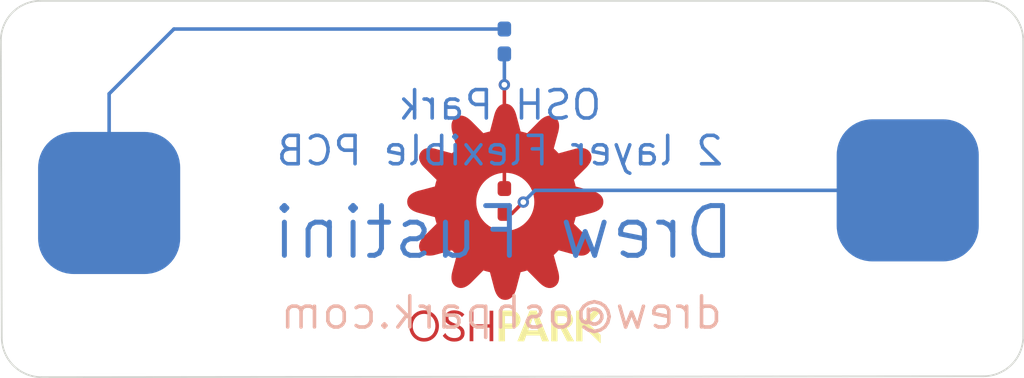
<source format=kicad_pcb>
(kicad_pcb (version 20171130) (host pcbnew 5.1.4-e60b266~84~ubuntu19.04.1)

  (general
    (thickness 1.6)
    (drawings 12)
    (tracks 11)
    (zones 0)
    (modules 6)
    (nets 1)
  )

  (page A4)
  (layers
    (0 F.Cu signal)
    (31 B.Cu signal)
    (32 B.Adhes user)
    (33 F.Adhes user)
    (34 B.Paste user)
    (35 F.Paste user)
    (36 B.SilkS user)
    (37 F.SilkS user)
    (38 B.Mask user)
    (39 F.Mask user)
    (40 Dwgs.User user)
    (41 Cmts.User user)
    (42 Eco1.User user)
    (43 Eco2.User user)
    (44 Edge.Cuts user)
    (45 Margin user)
    (46 B.CrtYd user)
    (47 F.CrtYd user)
    (48 B.Fab user)
    (49 F.Fab user)
  )

  (setup
    (last_trace_width 0.25)
    (trace_clearance 0.2)
    (zone_clearance 0.508)
    (zone_45_only no)
    (trace_min 0.2)
    (via_size 0.8)
    (via_drill 0.4)
    (via_min_size 0.4)
    (via_min_drill 0.3)
    (uvia_size 0.3)
    (uvia_drill 0.1)
    (uvias_allowed no)
    (uvia_min_size 0.2)
    (uvia_min_drill 0.1)
    (edge_width 0.05)
    (segment_width 0.2)
    (pcb_text_width 0.3)
    (pcb_text_size 1.5 1.5)
    (mod_edge_width 0.12)
    (mod_text_size 1 1)
    (mod_text_width 0.15)
    (pad_size 1.524 1.524)
    (pad_drill 0.762)
    (pad_to_mask_clearance 0.051)
    (solder_mask_min_width 0.25)
    (aux_axis_origin 0 0)
    (visible_elements FFFFFF7F)
    (pcbplotparams
      (layerselection 0x010fc_ffffffff)
      (usegerberextensions false)
      (usegerberattributes false)
      (usegerberadvancedattributes false)
      (creategerberjobfile false)
      (excludeedgelayer true)
      (linewidth 0.100000)
      (plotframeref false)
      (viasonmask false)
      (mode 1)
      (useauxorigin false)
      (hpglpennumber 1)
      (hpglpenspeed 20)
      (hpglpendiameter 15.000000)
      (psnegative false)
      (psa4output false)
      (plotreference true)
      (plotvalue true)
      (plotinvisibletext false)
      (padsonsilk false)
      (subtractmaskfromsilk false)
      (outputformat 1)
      (mirror false)
      (drillshape 1)
      (scaleselection 1)
      (outputdirectory ""))
  )

  (net 0 "")

  (net_class Default "This is the default net class."
    (clearance 0.2)
    (trace_width 0.25)
    (via_dia 0.8)
    (via_drill 0.4)
    (uvia_dia 0.3)
    (uvia_drill 0.1)
  )

  (module LED_SMD:LED_0603_1608Metric_Pad1.05x0.95mm_HandSolder (layer F.Cu) (tedit 5DF04E01) (tstamp 5DF073B1)
    (at 153.4795 54.723 90)
    (descr "LED SMD 0603 (1608 Metric), square (rectangular) end terminal, IPC_7351 nominal, (Body size source: http://www.tortai-tech.com/upload/download/2011102023233369053.pdf), generated with kicad-footprint-generator")
    (tags "LED handsolder")
    (attr smd)
    (fp_text reference REF** (at 0 -1.43 90) (layer F.SilkS) hide
      (effects (font (size 1 1) (thickness 0.15)))
    )
    (fp_text value LED_0603_1608Metric_Pad1.05x0.95mm_HandSolder (at 0 1.43 90) (layer F.Fab) hide
      (effects (font (size 1 1) (thickness 0.15)))
    )
    (fp_text user %R (at 0 0 90) (layer F.Fab)
      (effects (font (size 0.4 0.4) (thickness 0.06)))
    )
    (fp_line (start 1.65 0.73) (end -1.65 0.73) (layer F.CrtYd) (width 0.05))
    (fp_line (start 1.65 -0.73) (end 1.65 0.73) (layer F.CrtYd) (width 0.05))
    (fp_line (start -1.65 -0.73) (end 1.65 -0.73) (layer F.CrtYd) (width 0.05))
    (fp_line (start -1.65 0.73) (end -1.65 -0.73) (layer F.CrtYd) (width 0.05))
    (fp_line (start 0.8 0.4) (end 0.8 -0.4) (layer F.Fab) (width 0.1))
    (fp_line (start -0.8 0.4) (end 0.8 0.4) (layer F.Fab) (width 0.1))
    (fp_line (start -0.8 -0.1) (end -0.8 0.4) (layer F.Fab) (width 0.1))
    (fp_line (start -0.5 -0.4) (end -0.8 -0.1) (layer F.Fab) (width 0.1))
    (fp_line (start 0.8 -0.4) (end -0.5 -0.4) (layer F.Fab) (width 0.1))
    (pad 2 smd roundrect (at 0.875 0 90) (size 1.05 0.95) (layers F.Cu F.Paste F.Mask) (roundrect_rratio 0.25))
    (pad 1 smd roundrect (at -0.875 0 90) (size 1.05 0.95) (layers F.Cu F.Paste F.Mask) (roundrect_rratio 0.25))
    (model ${KISYS3DMOD}/LED_SMD.3dshapes/LED_0603_1608Metric.wrl
      (at (xyz 0 0 0))
      (scale (xyz 1 1 1))
      (rotate (xyz 0 0 0))
    )
  )

  (module Resistor_SMD:R_0603_1608Metric_Pad1.05x0.95mm_HandSolder (layer B.Cu) (tedit 5DF04DCE) (tstamp 5DF070E6)
    (at 153.4795 43.4975 270)
    (descr "Resistor SMD 0603 (1608 Metric), square (rectangular) end terminal, IPC_7351 nominal with elongated pad for handsoldering. (Body size source: http://www.tortai-tech.com/upload/download/2011102023233369053.pdf), generated with kicad-footprint-generator")
    (tags "resistor handsolder")
    (attr smd)
    (fp_text reference REF** (at 0 1.43 270) (layer B.SilkS) hide
      (effects (font (size 1 1) (thickness 0.15)) (justify mirror))
    )
    (fp_text value R_0603_1608Metric_Pad1.05x0.95mm_HandSolder (at 0 -1.43 270) (layer B.Fab) hide
      (effects (font (size 1 1) (thickness 0.15)) (justify mirror))
    )
    (fp_text user %R (at 0 0 270) (layer B.Fab)
      (effects (font (size 0.4 0.4) (thickness 0.06)) (justify mirror))
    )
    (fp_line (start 1.65 -0.73) (end -1.65 -0.73) (layer B.CrtYd) (width 0.05))
    (fp_line (start 1.65 0.73) (end 1.65 -0.73) (layer B.CrtYd) (width 0.05))
    (fp_line (start -1.65 0.73) (end 1.65 0.73) (layer B.CrtYd) (width 0.05))
    (fp_line (start -1.65 -0.73) (end -1.65 0.73) (layer B.CrtYd) (width 0.05))
    (fp_line (start 0.8 -0.4) (end -0.8 -0.4) (layer B.Fab) (width 0.1))
    (fp_line (start 0.8 0.4) (end 0.8 -0.4) (layer B.Fab) (width 0.1))
    (fp_line (start -0.8 0.4) (end 0.8 0.4) (layer B.Fab) (width 0.1))
    (fp_line (start -0.8 -0.4) (end -0.8 0.4) (layer B.Fab) (width 0.1))
    (pad 2 smd roundrect (at 0.875 0 270) (size 1.05 0.95) (layers B.Cu B.Paste B.Mask) (roundrect_rratio 0.25))
    (pad 1 smd roundrect (at -0.875 0 270) (size 1.05 0.95) (layers B.Cu B.Paste B.Mask) (roundrect_rratio 0.25))
    (model ${KISYS3DMOD}/Resistor_SMD.3dshapes/R_0603_1608Metric.wrl
      (at (xyz 0 0 0))
      (scale (xyz 1 1 1))
      (rotate (xyz 0 0 0))
    )
  )

  (module touch:TestPoint_Pad_4.0x4.0mm (layer B.Cu) (tedit 5DF04A6A) (tstamp 5DF05CD9)
    (at 125.6665 54.864)
    (descr "SMD rectangular pad as test Point, square 4.0mm side length")
    (tags "test point SMD pad rectangle square")
    (attr virtual)
    (fp_text reference REF** (at 0 2.898) (layer B.SilkS) hide
      (effects (font (size 1 1) (thickness 0.15)) (justify mirror))
    )
    (fp_text value TestPoint_Pad_10.0x10.0mm (at 0 -3.1) (layer B.Fab) hide
      (effects (font (size 1 1) (thickness 0.15)) (justify mirror))
    )
    (fp_line (start 2.5 -2.5) (end -2.5 -2.5) (layer B.CrtYd) (width 0.05))
    (fp_line (start 2.5 -2.5) (end 2.5 2.5) (layer B.CrtYd) (width 0.05))
    (fp_line (start -2.5 2.5) (end -2.5 -2.5) (layer B.CrtYd) (width 0.05))
    (fp_line (start -2.5 2.5) (end 2.5 2.5) (layer B.CrtYd) (width 0.05))
    (fp_text user %R (at 0 2.9) (layer B.Fab) hide
      (effects (font (size 1 1) (thickness 0.15)) (justify mirror))
    )
    (pad 1 smd roundrect (at 0 0) (size 10 10) (layers B.Cu B.Mask) (roundrect_rratio 0.25))
  )

  (module touch:TestPoint_Pad_4.0x4.0mm (layer B.Cu) (tedit 5DF045F0) (tstamp 5DF05110)
    (at 181.864 53.975)
    (descr "SMD rectangular pad as test Point, square 4.0mm side length")
    (tags "test point SMD pad rectangle square")
    (attr virtual)
    (fp_text reference REF** (at 0 2.898) (layer B.SilkS) hide
      (effects (font (size 1 1) (thickness 0.15)) (justify mirror))
    )
    (fp_text value TestPoint_Pad_10.0x10.0mm (at 0 -3.1) (layer B.Fab) hide
      (effects (font (size 1 1) (thickness 0.15)) (justify mirror))
    )
    (fp_text user %R (at 0 2.9) (layer B.Fab) hide
      (effects (font (size 1 1) (thickness 0.15)) (justify mirror))
    )
    (fp_line (start -2.5 2.5) (end 2.5 2.5) (layer B.CrtYd) (width 0.05))
    (fp_line (start -2.5 2.5) (end -2.5 -2.5) (layer B.CrtYd) (width 0.05))
    (fp_line (start 2.5 -2.5) (end 2.5 2.5) (layer B.CrtYd) (width 0.05))
    (fp_line (start 2.5 -2.5) (end -2.5 -2.5) (layer B.CrtYd) (width 0.05))
    (pad 1 smd roundrect (at 0 0) (size 10 10) (layers B.Cu B.Mask) (roundrect_rratio 0.25))
  )

  (module oshpark:OSH_small (layer F.Cu) (tedit 5DE9E529) (tstamp 5DF06053)
    (at 153.543 56.3245)
    (descr "Imported from OSHPARK.svg")
    (tags svg2mod)
    (attr smd)
    (fp_text reference OSH_small (at 0 -11.457835) (layer F.SilkS) hide
      (effects (font (size 1.524 1.524) (thickness 0.3048)))
    )
    (fp_text value G*** (at 0 11.457835) (layer F.SilkS) hide
      (effects (font (size 1.524 1.524) (thickness 0.3048)))
    )
    (fp_poly (pts (xy 0.00118 -8.409695) (xy 0.00043 -3.623025) (xy 0.21316 -3.612325) (xy 0.41974 -3.580825)
      (xy 0.61914 -3.529525) (xy 0.81031 -3.459525) (xy 0.99219 -3.371925) (xy 1.16375 -3.267695)
      (xy 1.32394 -3.147905) (xy 1.4717 -3.013605) (xy 1.606 -2.865845) (xy 1.72579 -2.705655)
      (xy 1.83001 -2.534105) (xy 1.91761 -2.352215) (xy 1.98761 -2.161055) (xy 2.03891 -1.961655)
      (xy 2.07041 -1.755065) (xy 2.08111 -1.542335) (xy 2.07041 -1.329495) (xy 2.03891 -1.122805)
      (xy 1.98771 -0.923315) (xy 1.91781 -0.732055) (xy 1.83021 -0.550075) (xy 1.726 -0.378435)
      (xy 1.60622 -0.218175) (xy 1.47192 -0.070335) (xy 1.32415 0.064025) (xy 1.16396 0.183875)
      (xy 0.99238 0.288155) (xy 0.81047 0.375855) (xy 0.61928 0.445855) (xy 0.41984 0.497155)
      (xy 0.21321 0.528655) (xy 0.00043 0.539455) (xy -0.21235 0.528655) (xy -0.41897 0.497155)
      (xy -0.6184 0.445855) (xy -0.80958 0.375855) (xy -0.99147 0.288155) (xy -1.16302 0.183875)
      (xy -1.3232 0.064025) (xy -1.47095 -0.070335) (xy -1.60524 -0.218175) (xy -1.72501 -0.378435)
      (xy -1.82922 -0.550075) (xy -1.91682 -0.732055) (xy -1.98682 -0.923315) (xy -2.03812 -1.122805)
      (xy -2.06962 -1.329495) (xy -2.08032 -1.542335) (xy -2.06962 -1.755065) (xy -2.03812 -1.961655)
      (xy -1.98682 -2.161055) (xy -1.91682 -2.352215) (xy -1.82922 -2.534105) (xy -1.72501 -2.705655)
      (xy -1.60524 -2.865845) (xy -1.47095 -3.013605) (xy -1.3232 -3.147905) (xy -1.16302 -3.267695)
      (xy -0.99147 -3.371925) (xy -0.80958 -3.459525) (xy -0.6184 -3.529525) (xy -0.41897 -3.580825)
      (xy -0.21235 -3.612325) (xy 0.00043 -3.623025) (xy 0.00118 -8.409695) (xy -0.14129 -8.393995)
      (xy -0.2674 -8.349495) (xy -0.378 -8.279795) (xy -0.4739 -8.188495) (xy -0.556 -8.079355)
      (xy -0.6251 -7.956025) (xy -0.6821 -7.822195) (xy -0.7278 -7.681515) (xy -1.04856 -6.462625)
      (xy -1.30304 -6.403425) (xy -1.55293 -6.331225) (xy -2.43795 -7.223815) (xy -2.5541 -7.325575)
      (xy -2.67331 -7.414275) (xy -2.79523 -7.486675) (xy -2.91953 -7.539575) (xy -3.04586 -7.569675)
      (xy -3.17388 -7.573675) (xy -3.30323 -7.548275) (xy -3.43358 -7.490275) (xy -3.54913 -7.405275)
      (xy -3.63603 -7.303485) (xy -3.69693 -7.187695) (xy -3.73433 -7.060655) (xy -3.75073 -6.925095)
      (xy -3.74873 -6.783755) (xy -3.73103 -6.639375) (xy -3.70003 -6.494705) (xy -3.36893 -5.282225)
      (xy -3.55878 -5.102185) (xy -3.73879 -4.912505) (xy -4.95156 -5.242875) (xy -5.10317 -5.273475)
      (xy -5.25088 -5.290975) (xy -5.39277 -5.292975) (xy -5.5269 -5.276575) (xy -5.65135 -5.239375)
      (xy -5.76419 -5.178675) (xy -5.86349 -5.091975) (xy -5.94729 -4.976645) (xy -6.00489 -4.845335)
      (xy -6.02929 -4.713775) (xy -6.02429 -4.583095) (xy -5.99309 -4.454385) (xy -5.93949 -4.328745)
      (xy -5.86709 -4.207285) (xy -5.77959 -4.091105) (xy -5.68049 -3.981305) (xy -4.78848 -3.096875)
      (xy -4.86248 -2.846755) (xy -4.92388 -2.591195) (xy -6.13913 -2.271315) (xy -6.28557 -2.221815)
      (xy -6.42211 -2.163015) (xy -6.54579 -2.093715) (xy -6.65364 -2.012515) (xy -6.74264 -1.918115)
      (xy -6.80994 -1.809295) (xy -6.85244 -1.684715) (xy -6.86724 -1.543065) (xy -6.85154 -1.400675)
      (xy -6.80704 -1.274595) (xy -6.73724 -1.163985) (xy -6.64594 -1.068085) (xy -6.5368 -0.985985)
      (xy -6.41347 -0.916885) (xy -6.27964 -0.859985) (xy -6.13897 -0.814385) (xy -4.92372 -0.494365)
      (xy -4.86232 -0.239235) (xy -4.78842 0.010885) (xy -5.68043 0.895605) (xy -5.78261 1.011585)
      (xy -5.87161 1.130695) (xy -5.94411 1.252585) (xy -5.99701 1.376885) (xy -6.02701 1.503265)
      (xy -6.03101 1.631355) (xy -6.00551 1.760795) (xy -5.94741 1.891235) (xy -5.86251 2.006695)
      (xy -5.76079 2.093495) (xy -5.64502 2.154295) (xy -5.51794 2.191595) (xy -5.38232 2.207995)
      (xy -5.24091 2.205995) (xy -5.09648 2.188395) (xy -4.95178 2.157595) (xy -3.73916 1.826495)
      (xy -3.55915 2.015885) (xy -3.36929 2.196065) (xy -3.70039 3.409125) (xy -3.73109 3.560565)
      (xy -3.74869 3.708175) (xy -3.75069 3.850005) (xy -3.73429 3.984105) (xy -3.69709 4.108515)
      (xy -3.63639 4.221295) (xy -3.54959 4.320495) (xy -3.43416 4.404195) (xy -3.30285 4.461895)
      (xy -3.17132 4.486395) (xy -3.04066 4.481395) (xy -2.91197 4.450195) (xy -2.78636 4.396595)
      (xy -2.66492 4.324295) (xy -2.54876 4.236795) (xy -2.43897 4.137795) (xy -1.55409 3.245195)
      (xy -1.30401 3.319295) (xy -1.0487 3.380995) (xy -0.72882 4.596245) (xy -0.67942 4.742405)
      (xy -0.62072 4.878745) (xy -0.55142 5.002265) (xy -0.47012 5.110005) (xy -0.37562 5.199005)
      (xy -0.26663 5.266305) (xy -0.14183 5.308805) (xy 0.0001 5.323605) (xy 0.1423 5.307905)
      (xy 0.26821 5.263405) (xy 0.37868 5.193705) (xy 0.47448 5.102505) (xy 0.55658 4.993495)
      (xy 0.62568 4.870315) (xy 0.68268 4.736655) (xy 0.72838 4.596185) (xy 1.04825 3.380645)
      (xy 1.30343 3.319445) (xy 1.55379 3.245445) (xy 2.43852 4.137905) (xy 2.55442 4.240085)
      (xy 2.67348 4.329085) (xy 2.79535 4.401685) (xy 2.91965 4.454585) (xy 3.04602 4.484585)
      (xy 3.17409 4.488585) (xy 3.30349 4.462985) (xy 3.43386 4.404785) (xy 3.5493 4.319985)
      (xy 3.6361 4.218365) (xy 3.6969 4.102685) (xy 3.7342 3.975695) (xy 3.7507 3.840155)
      (xy 3.7487 3.698805) (xy 3.7312 3.554415) (xy 3.7006 3.409725) (xy 3.36921 2.196675)
      (xy 3.55866 2.016495) (xy 3.73849 1.827095) (xy 4.95155 2.158195) (xy 5.10316 2.188595)
      (xy 5.25086 2.205995) (xy 5.39274 2.207995) (xy 5.52685 2.191495) (xy 5.65126 2.154195)
      (xy 5.76405 2.093495) (xy 5.86325 2.006695) (xy 5.94695 1.891265) (xy 6.00455 1.759975)
      (xy 6.02895 1.628485) (xy 6.02395 1.497875) (xy 5.99275 1.369255) (xy 5.93915 1.243685)
      (xy 5.86685 1.122265) (xy 5.77935 1.006085) (xy 5.68035 0.896225) (xy 4.78804 0.011495)
      (xy 4.86214 -0.238625) (xy 4.92344 -0.493755) (xy 6.13868 -0.813785) (xy 6.28522 -0.863185)
      (xy 6.42183 -0.921885) (xy 6.54556 -0.991285) (xy 6.65344 -1.072585) (xy 6.74254 -1.167085)
      (xy 6.80984 -1.276075) (xy 6.85244 -1.400845) (xy 6.86724 -1.542705) (xy 6.85194 -1.684715)
      (xy 6.80764 -1.810495) (xy 6.73804 -1.920855) (xy 6.64694 -2.016655) (xy 6.53789 -2.098655)
      (xy 6.41461 -2.167755) (xy 6.2808 -2.224755) (xy 6.14013 -2.270455) (xy 4.92488 -2.590335)
      (xy 4.86358 -2.845855) (xy 4.78948 -3.095735) (xy 5.68179 -3.980895) (xy 5.78395 -4.096695)
      (xy 5.87285 -4.215675) (xy 5.94535 -4.337485) (xy 5.99815 -4.461745) (xy 6.02805 -4.588095)
      (xy 6.03205 -4.716185) (xy 6.00655 -4.845635) (xy 5.94845 -4.976085) (xy 5.86365 -5.091375)
      (xy 5.76206 -5.178075) (xy 5.64641 -5.238875) (xy 5.51943 -5.276175) (xy 5.38387 -5.292675)
      (xy 5.24246 -5.290675) (xy 5.09796 -5.273075) (xy 4.9531 -5.242275) (xy 3.74019 -4.911755)
      (xy 3.5604 -5.101105) (xy 3.3712 -5.281035) (xy 3.70215 -6.493945) (xy 3.73265 -6.645465)
      (xy 3.75005 -6.793085) (xy 3.75205 -6.934915) (xy 3.73565 -7.069005) (xy 3.69835 -7.193445)
      (xy 3.63755 -7.306295) (xy 3.55075 -7.405695) (xy 3.43522 -7.489595) (xy 3.30408 -7.547095)
      (xy 3.17265 -7.571395) (xy 3.04204 -7.566395) (xy 2.91335 -7.535095) (xy 2.78769 -7.481395)
      (xy 2.66618 -7.408995) (xy 2.54992 -7.321595) (xy 2.44003 -7.222795) (xy 1.55545 -6.330485)
      (xy 1.30598 -6.402785) (xy 1.05107 -6.462485) (xy 0.73018 -7.681375) (xy 0.68058 -7.827915)
      (xy 0.62168 -7.964525) (xy 0.55228 -8.088255) (xy 0.47098 -8.196135) (xy 0.37658 -8.285235)
      (xy 0.2677 -8.352535) (xy 0.14304 -8.395035) (xy 0.0013 -8.409835) (xy 0.00118 -8.409695)) (layer F.Cu) (width 0.073847))
    (fp_poly (pts (xy -5.71389 8.295375) (xy -5.71389 8.046425) (xy -5.88469 8.029425) (xy -6.03947 7.980425)
      (xy -6.17614 7.902625) (xy -6.29262 7.799265) (xy -6.38682 7.673515) (xy -6.45672 7.528545)
      (xy -6.50022 7.367545) (xy -6.51512 7.193705) (xy -6.50022 7.019865) (xy -6.45672 6.858865)
      (xy -6.38682 6.713895) (xy -6.29262 6.588145) (xy -6.17614 6.484785) (xy -6.03947 6.406985)
      (xy -5.88469 6.357985) (xy -5.71389 6.340985) (xy -5.54238 6.357985) (xy -5.38754 6.406985)
      (xy -5.25128 6.484785) (xy -5.13551 6.588145) (xy -5.04211 6.713895) (xy -4.97301 6.858865)
      (xy -4.93021 7.019865) (xy -4.91551 7.193705) (xy -4.93021 7.367545) (xy -4.97301 7.528545)
      (xy -5.04211 7.673515) (xy -5.13551 7.799265) (xy -5.25128 7.902625) (xy -5.38754 7.980425)
      (xy -5.54238 8.029425) (xy -5.71389 8.046425) (xy -5.71389 8.295375) (xy -5.60215 8.289375)
      (xy -5.49471 8.272675) (xy -5.39197 8.245575) (xy -5.29437 8.208575) (xy -5.20217 8.162275)
      (xy -5.11587 8.107175) (xy -5.03597 8.043775) (xy -4.96277 7.972775) (xy -4.89667 7.894575)
      (xy -4.83807 7.809775) (xy -4.78737 7.718975) (xy -4.74497 7.622675) (xy -4.71127 7.521405)
      (xy -4.68667 7.415745) (xy -4.67167 7.306225) (xy -4.66667 7.193415) (xy -4.67167 7.080595)
      (xy -4.68667 6.971085) (xy -4.71127 6.865415) (xy -4.74497 6.764145) (xy -4.78737 6.667845)
      (xy -4.83807 6.577045) (xy -4.89667 6.492245) (xy -4.96277 6.414045) (xy -5.03597 6.342945)
      (xy -5.11587 6.279545) (xy -5.20217 6.224445) (xy -5.29437 6.178145) (xy -5.39197 6.141145)
      (xy -5.49471 6.114045) (xy -5.60215 6.097345) (xy -5.71389 6.091345) (xy -5.82609 6.097345)
      (xy -5.93388 6.114045) (xy -6.03687 6.141145) (xy -6.13467 6.178145) (xy -6.22687 6.224445)
      (xy -6.31307 6.279545) (xy -6.39297 6.342945) (xy -6.46607 6.414045) (xy -6.53207 6.492245)
      (xy -6.59047 6.577045) (xy -6.64097 6.667845) (xy -6.68317 6.764145) (xy -6.71667 6.865415)
      (xy -6.74107 6.971085) (xy -6.75597 7.080595) (xy -6.76097 7.193415) (xy -6.75597 7.306225)
      (xy -6.74107 7.415745) (xy -6.71667 7.521405) (xy -6.68317 7.622675) (xy -6.64097 7.718975)
      (xy -6.59047 7.809775) (xy -6.53207 7.894575) (xy -6.46607 7.972775) (xy -6.39297 8.043775)
      (xy -6.31307 8.107175) (xy -6.22687 8.162275) (xy -6.13467 8.208575) (xy -6.03687 8.245575)
      (xy -5.93388 8.272675) (xy -5.82609 8.289375) (xy -5.71389 8.295375)) (layer F.Cu) (width 0))
    (fp_poly (pts (xy -3.5907 8.295375) (xy -3.44187 8.286375) (xy -3.30406 8.258975) (xy -3.18001 8.212975)
      (xy -3.07241 8.147975) (xy -2.98401 8.063675) (xy -2.91751 7.959725) (xy -2.87561 7.835805)
      (xy -2.86101 7.691555) (xy -2.87691 7.552235) (xy -2.92141 7.434915) (xy -2.98981 7.336615)
      (xy -3.07751 7.254415) (xy -3.17982 7.185415) (xy -3.29208 7.126615) (xy -3.52784 7.027715)
      (xy -3.70664 6.955515) (xy -3.85727 6.872815) (xy -3.91627 6.823915) (xy -3.96127 6.768115)
      (xy -3.98997 6.703915) (xy -4.00007 6.629915) (xy -3.99207 6.554915) (xy -3.96807 6.490615)
      (xy -3.93017 6.436915) (xy -3.88027 6.393515) (xy -3.82017 6.360115) (xy -3.75177 6.336615)
      (xy -3.67677 6.322615) (xy -3.59697 6.317615) (xy -3.50107 6.322615) (xy -3.41297 6.336315)
      (xy -3.33277 6.358215) (xy -3.26037 6.387715) (xy -3.19597 6.424015) (xy -3.13947 6.466415)
      (xy -3.05047 6.566885) (xy -2.87592 6.389475) (xy -2.93462 6.327375) (xy -3.00322 6.270575)
      (xy -3.08132 6.219875) (xy -3.16862 6.176275) (xy -3.26472 6.140775) (xy -3.36936 6.114275)
      (xy -3.48217 6.097675) (xy -3.60284 6.091675) (xy -3.73476 6.100675) (xy -3.85823 6.127675)
      (xy -3.97043 6.172275) (xy -4.06853 6.234275) (xy -4.14973 6.313275) (xy -4.21123 6.408975)
      (xy -4.25023 6.521165) (xy -4.26383 6.649475) (xy -4.24983 6.769025) (xy -4.21043 6.869725)
      (xy -4.14943 6.954225) (xy -4.07063 7.025125) (xy -3.97793 7.085025) (xy -3.87509 7.136525)
      (xy -3.6543 7.224725) (xy -3.4565 7.304325) (xy -3.3666 7.348925) (xy -3.2866 7.399625)
      (xy -3.2195 7.458525) (xy -3.1682 7.527725) (xy -3.1357 7.609325) (xy -3.1249 7.705425)
      (xy -3.1349 7.789025) (xy -3.1618 7.860025) (xy -3.2038 7.918825) (xy -3.2593 7.965825)
      (xy -3.3266 8.001625) (xy -3.404 8.026625) (xy -3.4899 8.041225) (xy -3.5826 8.046225)
      (xy -3.69075 8.039225) (xy -3.79323 8.020125) (xy -3.88863 7.989225) (xy -3.97563 7.947425)
      (xy -4.05283 7.895625) (xy -4.11893 7.834625) (xy -4.17243 7.765125) (xy -4.21203 7.688125)
      (xy -4.40088 7.879845) (xy -4.33778 7.967545) (xy -4.26108 8.047345) (xy -4.17208 8.118045)
      (xy -4.07218 8.178545) (xy -3.96276 8.227645) (xy -3.84518 8.264145) (xy -3.72084 8.286945)
      (xy -3.59109 8.294945) (xy -3.5907 8.295375)) (layer F.Cu) (width 0))
    (fp_poly (pts (xy -1.10433 6.120635) (xy -1.10433 7.076375) (xy -2.24607 7.076375) (xy -2.24607 6.120635)
      (xy -2.50646 6.120635) (xy -2.50646 8.266755) (xy -2.24607 8.266755) (xy -2.24607 7.311015)
      (xy -1.10433 7.311015) (xy -1.10433 8.266755) (xy -0.84394 8.266755) (xy -0.84394 6.120635)
      (xy -1.10433 6.120635)) (layer F.Cu) (width 0))
    (fp_poly (pts (xy 0.42791 6.120635) (xy -0.02711 6.495535) (xy 0.38781 6.495535) (xy 0.44521 6.500535)
      (xy 0.49851 6.515035) (xy 0.54661 6.538335) (xy 0.58851 6.569635) (xy 0.62301 6.608335)
      (xy 0.64901 6.653735) (xy 0.66541 6.705135) (xy 0.67141 6.761735) (xy 0.66541 6.820135)
      (xy 0.64901 6.872535) (xy 0.62301 6.918535) (xy 0.58851 6.957435) (xy 0.54661 6.988635)
      (xy 0.49851 7.011635) (xy 0.44521 7.025835) (xy 0.38781 7.030835) (xy 0.38781 7.030635)
      (xy -0.02711 7.030635) (xy -0.02711 6.495535) (xy 0.42791 6.120635) (xy -0.45915 6.120635)
      (xy -0.45915 8.266755) (xy -0.02707 8.266755) (xy -0.02707 7.382555) (xy 0.42791 7.382555)
      (xy 0.5579 7.370355) (xy 0.67807 7.335055) (xy 0.78609 7.278855) (xy 0.87969 7.203855)
      (xy 0.95649 7.112155) (xy 1.01419 7.006005) (xy 1.05049 6.887525) (xy 1.06309 6.758845)
      (xy 1.05049 6.630375) (xy 1.01419 6.510655) (xy 0.95649 6.402275) (xy 0.87969 6.307775)
      (xy 0.78609 6.229775) (xy 0.67807 6.170875) (xy 0.5579 6.133675) (xy 0.42791 6.120675)
      (xy 0.42791 6.120635)) (layer F.SilkS) (width 0))
    (fp_poly (pts (xy 2.59844 8.266755) (xy 1.96319 6.558445) (xy 2.31515 7.505595) (xy 1.60836 7.505595)
      (xy 1.96319 6.558445) (xy 2.59844 8.266755) (xy 3.06487 8.266755) (xy 2.20355 6.120635)
      (xy 1.71996 6.120635) (xy 0.85865 8.266755) (xy 1.32508 8.266755) (xy 1.47674 7.860425)
      (xy 2.44678 7.860425) (xy 2.59844 8.266755)) (layer F.SilkS) (width 0))
    (fp_poly (pts (xy 4.31659 7.328185) (xy 4.11009 7.022185) (xy 3.67228 7.022185) (xy 3.67228 6.495675)
      (xy 4.11009 6.495675) (xy 4.16319 6.500675) (xy 4.21239 6.515675) (xy 4.25669 6.539575)
      (xy 4.29509 6.571375) (xy 4.32669 6.610075) (xy 4.35039 6.654875) (xy 4.36539 6.704775)
      (xy 4.37039 6.758775) (xy 4.36539 6.812775) (xy 4.35069 6.862675) (xy 4.32729 6.907475)
      (xy 4.29609 6.946175) (xy 4.25789 6.977975) (xy 4.21359 7.001875) (xy 4.16399 7.016875)
      (xy 4.11009 7.021875) (xy 4.11009 7.022185) (xy 4.31659 7.328185) (xy 4.41049 7.296585)
      (xy 4.49619 7.251785) (xy 4.57229 7.194785) (xy 4.63749 7.126585) (xy 4.69049 7.048185)
      (xy 4.72989 6.960585) (xy 4.75449 6.864785) (xy 4.76249 6.761805) (xy 4.74979 6.631575)
      (xy 4.71319 6.510755) (xy 4.65509 6.401815) (xy 4.57799 6.307215) (xy 4.48419 6.229415)
      (xy 4.37621 6.170715) (xy 4.25643 6.133715) (xy 4.12726 6.120815) (xy 3.2402 6.120815)
      (xy 3.2402 8.266935) (xy 3.67228 8.266935) (xy 3.67228 7.356985) (xy 3.88403 7.356985)
      (xy 4.35332 8.266935) (xy 4.83691 8.266935) (xy 4.31612 7.328365) (xy 4.31659 7.328185)) (layer F.SilkS) (width 0))
    (fp_poly (pts (xy 6.76111 6.120635) (xy 6.20884 6.120635) (xy 5.42765 6.959055) (xy 5.42765 6.120635)
      (xy 4.99557 6.120635) (xy 4.99557 8.266755) (xy 5.42765 8.266755) (xy 5.42765 7.193695)
      (xy 6.7096 8.409835) (xy 6.7096 7.831805) (xy 5.87118 7.056345) (xy 6.76111 6.120635)) (layer F.SilkS) (width 0))
  )

  (module oshpark:OSH_small (layer F.Cu) (tedit 5DE9E4DF) (tstamp 5CD2DF1C)
    (at 153.543 56.3245)
    (descr "Imported from OSHPARK.svg")
    (tags svg2mod)
    (attr smd)
    (fp_text reference OSH_small (at 0 -11.457835) (layer F.SilkS) hide
      (effects (font (size 1.524 1.524) (thickness 0.3048)))
    )
    (fp_text value G*** (at 0 11.457835) (layer F.SilkS) hide
      (effects (font (size 1.524 1.524) (thickness 0.3048)))
    )
    (fp_poly (pts (xy 6.76111 6.120635) (xy 6.20884 6.120635) (xy 5.42765 6.959055) (xy 5.42765 6.120635)
      (xy 4.99557 6.120635) (xy 4.99557 8.266755) (xy 5.42765 8.266755) (xy 5.42765 7.193695)
      (xy 6.7096 8.409835) (xy 6.7096 7.831805) (xy 5.87118 7.056345) (xy 6.76111 6.120635)) (layer F.SilkS) (width 0))
    (fp_poly (pts (xy 4.31659 7.328185) (xy 4.11009 7.022185) (xy 3.67228 7.022185) (xy 3.67228 6.495675)
      (xy 4.11009 6.495675) (xy 4.16319 6.500675) (xy 4.21239 6.515675) (xy 4.25669 6.539575)
      (xy 4.29509 6.571375) (xy 4.32669 6.610075) (xy 4.35039 6.654875) (xy 4.36539 6.704775)
      (xy 4.37039 6.758775) (xy 4.36539 6.812775) (xy 4.35069 6.862675) (xy 4.32729 6.907475)
      (xy 4.29609 6.946175) (xy 4.25789 6.977975) (xy 4.21359 7.001875) (xy 4.16399 7.016875)
      (xy 4.11009 7.021875) (xy 4.11009 7.022185) (xy 4.31659 7.328185) (xy 4.41049 7.296585)
      (xy 4.49619 7.251785) (xy 4.57229 7.194785) (xy 4.63749 7.126585) (xy 4.69049 7.048185)
      (xy 4.72989 6.960585) (xy 4.75449 6.864785) (xy 4.76249 6.761805) (xy 4.74979 6.631575)
      (xy 4.71319 6.510755) (xy 4.65509 6.401815) (xy 4.57799 6.307215) (xy 4.48419 6.229415)
      (xy 4.37621 6.170715) (xy 4.25643 6.133715) (xy 4.12726 6.120815) (xy 3.2402 6.120815)
      (xy 3.2402 8.266935) (xy 3.67228 8.266935) (xy 3.67228 7.356985) (xy 3.88403 7.356985)
      (xy 4.35332 8.266935) (xy 4.83691 8.266935) (xy 4.31612 7.328365) (xy 4.31659 7.328185)) (layer F.SilkS) (width 0))
    (fp_poly (pts (xy 2.59844 8.266755) (xy 1.96319 6.558445) (xy 2.31515 7.505595) (xy 1.60836 7.505595)
      (xy 1.96319 6.558445) (xy 2.59844 8.266755) (xy 3.06487 8.266755) (xy 2.20355 6.120635)
      (xy 1.71996 6.120635) (xy 0.85865 8.266755) (xy 1.32508 8.266755) (xy 1.47674 7.860425)
      (xy 2.44678 7.860425) (xy 2.59844 8.266755)) (layer F.SilkS) (width 0))
    (fp_poly (pts (xy 0.42791 6.120635) (xy -0.02711 6.495535) (xy 0.38781 6.495535) (xy 0.44521 6.500535)
      (xy 0.49851 6.515035) (xy 0.54661 6.538335) (xy 0.58851 6.569635) (xy 0.62301 6.608335)
      (xy 0.64901 6.653735) (xy 0.66541 6.705135) (xy 0.67141 6.761735) (xy 0.66541 6.820135)
      (xy 0.64901 6.872535) (xy 0.62301 6.918535) (xy 0.58851 6.957435) (xy 0.54661 6.988635)
      (xy 0.49851 7.011635) (xy 0.44521 7.025835) (xy 0.38781 7.030835) (xy 0.38781 7.030635)
      (xy -0.02711 7.030635) (xy -0.02711 6.495535) (xy 0.42791 6.120635) (xy -0.45915 6.120635)
      (xy -0.45915 8.266755) (xy -0.02707 8.266755) (xy -0.02707 7.382555) (xy 0.42791 7.382555)
      (xy 0.5579 7.370355) (xy 0.67807 7.335055) (xy 0.78609 7.278855) (xy 0.87969 7.203855)
      (xy 0.95649 7.112155) (xy 1.01419 7.006005) (xy 1.05049 6.887525) (xy 1.06309 6.758845)
      (xy 1.05049 6.630375) (xy 1.01419 6.510655) (xy 0.95649 6.402275) (xy 0.87969 6.307775)
      (xy 0.78609 6.229775) (xy 0.67807 6.170875) (xy 0.5579 6.133675) (xy 0.42791 6.120675)
      (xy 0.42791 6.120635)) (layer F.SilkS) (width 0))
    (fp_poly (pts (xy -1.10433 6.120635) (xy -1.10433 7.076375) (xy -2.24607 7.076375) (xy -2.24607 6.120635)
      (xy -2.50646 6.120635) (xy -2.50646 8.266755) (xy -2.24607 8.266755) (xy -2.24607 7.311015)
      (xy -1.10433 7.311015) (xy -1.10433 8.266755) (xy -0.84394 8.266755) (xy -0.84394 6.120635)
      (xy -1.10433 6.120635)) (layer F.Mask) (width 0))
    (fp_poly (pts (xy -3.5907 8.295375) (xy -3.44187 8.286375) (xy -3.30406 8.258975) (xy -3.18001 8.212975)
      (xy -3.07241 8.147975) (xy -2.98401 8.063675) (xy -2.91751 7.959725) (xy -2.87561 7.835805)
      (xy -2.86101 7.691555) (xy -2.87691 7.552235) (xy -2.92141 7.434915) (xy -2.98981 7.336615)
      (xy -3.07751 7.254415) (xy -3.17982 7.185415) (xy -3.29208 7.126615) (xy -3.52784 7.027715)
      (xy -3.70664 6.955515) (xy -3.85727 6.872815) (xy -3.91627 6.823915) (xy -3.96127 6.768115)
      (xy -3.98997 6.703915) (xy -4.00007 6.629915) (xy -3.99207 6.554915) (xy -3.96807 6.490615)
      (xy -3.93017 6.436915) (xy -3.88027 6.393515) (xy -3.82017 6.360115) (xy -3.75177 6.336615)
      (xy -3.67677 6.322615) (xy -3.59697 6.317615) (xy -3.50107 6.322615) (xy -3.41297 6.336315)
      (xy -3.33277 6.358215) (xy -3.26037 6.387715) (xy -3.19597 6.424015) (xy -3.13947 6.466415)
      (xy -3.05047 6.566885) (xy -2.87592 6.389475) (xy -2.93462 6.327375) (xy -3.00322 6.270575)
      (xy -3.08132 6.219875) (xy -3.16862 6.176275) (xy -3.26472 6.140775) (xy -3.36936 6.114275)
      (xy -3.48217 6.097675) (xy -3.60284 6.091675) (xy -3.73476 6.100675) (xy -3.85823 6.127675)
      (xy -3.97043 6.172275) (xy -4.06853 6.234275) (xy -4.14973 6.313275) (xy -4.21123 6.408975)
      (xy -4.25023 6.521165) (xy -4.26383 6.649475) (xy -4.24983 6.769025) (xy -4.21043 6.869725)
      (xy -4.14943 6.954225) (xy -4.07063 7.025125) (xy -3.97793 7.085025) (xy -3.87509 7.136525)
      (xy -3.6543 7.224725) (xy -3.4565 7.304325) (xy -3.3666 7.348925) (xy -3.2866 7.399625)
      (xy -3.2195 7.458525) (xy -3.1682 7.527725) (xy -3.1357 7.609325) (xy -3.1249 7.705425)
      (xy -3.1349 7.789025) (xy -3.1618 7.860025) (xy -3.2038 7.918825) (xy -3.2593 7.965825)
      (xy -3.3266 8.001625) (xy -3.404 8.026625) (xy -3.4899 8.041225) (xy -3.5826 8.046225)
      (xy -3.69075 8.039225) (xy -3.79323 8.020125) (xy -3.88863 7.989225) (xy -3.97563 7.947425)
      (xy -4.05283 7.895625) (xy -4.11893 7.834625) (xy -4.17243 7.765125) (xy -4.21203 7.688125)
      (xy -4.40088 7.879845) (xy -4.33778 7.967545) (xy -4.26108 8.047345) (xy -4.17208 8.118045)
      (xy -4.07218 8.178545) (xy -3.96276 8.227645) (xy -3.84518 8.264145) (xy -3.72084 8.286945)
      (xy -3.59109 8.294945) (xy -3.5907 8.295375)) (layer F.Mask) (width 0))
    (fp_poly (pts (xy -5.71389 8.295375) (xy -5.71389 8.046425) (xy -5.88469 8.029425) (xy -6.03947 7.980425)
      (xy -6.17614 7.902625) (xy -6.29262 7.799265) (xy -6.38682 7.673515) (xy -6.45672 7.528545)
      (xy -6.50022 7.367545) (xy -6.51512 7.193705) (xy -6.50022 7.019865) (xy -6.45672 6.858865)
      (xy -6.38682 6.713895) (xy -6.29262 6.588145) (xy -6.17614 6.484785) (xy -6.03947 6.406985)
      (xy -5.88469 6.357985) (xy -5.71389 6.340985) (xy -5.54238 6.357985) (xy -5.38754 6.406985)
      (xy -5.25128 6.484785) (xy -5.13551 6.588145) (xy -5.04211 6.713895) (xy -4.97301 6.858865)
      (xy -4.93021 7.019865) (xy -4.91551 7.193705) (xy -4.93021 7.367545) (xy -4.97301 7.528545)
      (xy -5.04211 7.673515) (xy -5.13551 7.799265) (xy -5.25128 7.902625) (xy -5.38754 7.980425)
      (xy -5.54238 8.029425) (xy -5.71389 8.046425) (xy -5.71389 8.295375) (xy -5.60215 8.289375)
      (xy -5.49471 8.272675) (xy -5.39197 8.245575) (xy -5.29437 8.208575) (xy -5.20217 8.162275)
      (xy -5.11587 8.107175) (xy -5.03597 8.043775) (xy -4.96277 7.972775) (xy -4.89667 7.894575)
      (xy -4.83807 7.809775) (xy -4.78737 7.718975) (xy -4.74497 7.622675) (xy -4.71127 7.521405)
      (xy -4.68667 7.415745) (xy -4.67167 7.306225) (xy -4.66667 7.193415) (xy -4.67167 7.080595)
      (xy -4.68667 6.971085) (xy -4.71127 6.865415) (xy -4.74497 6.764145) (xy -4.78737 6.667845)
      (xy -4.83807 6.577045) (xy -4.89667 6.492245) (xy -4.96277 6.414045) (xy -5.03597 6.342945)
      (xy -5.11587 6.279545) (xy -5.20217 6.224445) (xy -5.29437 6.178145) (xy -5.39197 6.141145)
      (xy -5.49471 6.114045) (xy -5.60215 6.097345) (xy -5.71389 6.091345) (xy -5.82609 6.097345)
      (xy -5.93388 6.114045) (xy -6.03687 6.141145) (xy -6.13467 6.178145) (xy -6.22687 6.224445)
      (xy -6.31307 6.279545) (xy -6.39297 6.342945) (xy -6.46607 6.414045) (xy -6.53207 6.492245)
      (xy -6.59047 6.577045) (xy -6.64097 6.667845) (xy -6.68317 6.764145) (xy -6.71667 6.865415)
      (xy -6.74107 6.971085) (xy -6.75597 7.080595) (xy -6.76097 7.193415) (xy -6.75597 7.306225)
      (xy -6.74107 7.415745) (xy -6.71667 7.521405) (xy -6.68317 7.622675) (xy -6.64097 7.718975)
      (xy -6.59047 7.809775) (xy -6.53207 7.894575) (xy -6.46607 7.972775) (xy -6.39297 8.043775)
      (xy -6.31307 8.107175) (xy -6.22687 8.162275) (xy -6.13467 8.208575) (xy -6.03687 8.245575)
      (xy -5.93388 8.272675) (xy -5.82609 8.289375) (xy -5.71389 8.295375)) (layer F.Mask) (width 0))
    (fp_poly (pts (xy 0.00118 -8.409695) (xy 0.00043 -3.623025) (xy 0.21316 -3.612325) (xy 0.41974 -3.580825)
      (xy 0.61914 -3.529525) (xy 0.81031 -3.459525) (xy 0.99219 -3.371925) (xy 1.16375 -3.267695)
      (xy 1.32394 -3.147905) (xy 1.4717 -3.013605) (xy 1.606 -2.865845) (xy 1.72579 -2.705655)
      (xy 1.83001 -2.534105) (xy 1.91761 -2.352215) (xy 1.98761 -2.161055) (xy 2.03891 -1.961655)
      (xy 2.07041 -1.755065) (xy 2.08111 -1.542335) (xy 2.07041 -1.329495) (xy 2.03891 -1.122805)
      (xy 1.98771 -0.923315) (xy 1.91781 -0.732055) (xy 1.83021 -0.550075) (xy 1.726 -0.378435)
      (xy 1.60622 -0.218175) (xy 1.47192 -0.070335) (xy 1.32415 0.064025) (xy 1.16396 0.183875)
      (xy 0.99238 0.288155) (xy 0.81047 0.375855) (xy 0.61928 0.445855) (xy 0.41984 0.497155)
      (xy 0.21321 0.528655) (xy 0.00043 0.539455) (xy -0.21235 0.528655) (xy -0.41897 0.497155)
      (xy -0.6184 0.445855) (xy -0.80958 0.375855) (xy -0.99147 0.288155) (xy -1.16302 0.183875)
      (xy -1.3232 0.064025) (xy -1.47095 -0.070335) (xy -1.60524 -0.218175) (xy -1.72501 -0.378435)
      (xy -1.82922 -0.550075) (xy -1.91682 -0.732055) (xy -1.98682 -0.923315) (xy -2.03812 -1.122805)
      (xy -2.06962 -1.329495) (xy -2.08032 -1.542335) (xy -2.06962 -1.755065) (xy -2.03812 -1.961655)
      (xy -1.98682 -2.161055) (xy -1.91682 -2.352215) (xy -1.82922 -2.534105) (xy -1.72501 -2.705655)
      (xy -1.60524 -2.865845) (xy -1.47095 -3.013605) (xy -1.3232 -3.147905) (xy -1.16302 -3.267695)
      (xy -0.99147 -3.371925) (xy -0.80958 -3.459525) (xy -0.6184 -3.529525) (xy -0.41897 -3.580825)
      (xy -0.21235 -3.612325) (xy 0.00043 -3.623025) (xy 0.00118 -8.409695) (xy -0.14129 -8.393995)
      (xy -0.2674 -8.349495) (xy -0.378 -8.279795) (xy -0.4739 -8.188495) (xy -0.556 -8.079355)
      (xy -0.6251 -7.956025) (xy -0.6821 -7.822195) (xy -0.7278 -7.681515) (xy -1.04856 -6.462625)
      (xy -1.30304 -6.403425) (xy -1.55293 -6.331225) (xy -2.43795 -7.223815) (xy -2.5541 -7.325575)
      (xy -2.67331 -7.414275) (xy -2.79523 -7.486675) (xy -2.91953 -7.539575) (xy -3.04586 -7.569675)
      (xy -3.17388 -7.573675) (xy -3.30323 -7.548275) (xy -3.43358 -7.490275) (xy -3.54913 -7.405275)
      (xy -3.63603 -7.303485) (xy -3.69693 -7.187695) (xy -3.73433 -7.060655) (xy -3.75073 -6.925095)
      (xy -3.74873 -6.783755) (xy -3.73103 -6.639375) (xy -3.70003 -6.494705) (xy -3.36893 -5.282225)
      (xy -3.55878 -5.102185) (xy -3.73879 -4.912505) (xy -4.95156 -5.242875) (xy -5.10317 -5.273475)
      (xy -5.25088 -5.290975) (xy -5.39277 -5.292975) (xy -5.5269 -5.276575) (xy -5.65135 -5.239375)
      (xy -5.76419 -5.178675) (xy -5.86349 -5.091975) (xy -5.94729 -4.976645) (xy -6.00489 -4.845335)
      (xy -6.02929 -4.713775) (xy -6.02429 -4.583095) (xy -5.99309 -4.454385) (xy -5.93949 -4.328745)
      (xy -5.86709 -4.207285) (xy -5.77959 -4.091105) (xy -5.68049 -3.981305) (xy -4.78848 -3.096875)
      (xy -4.86248 -2.846755) (xy -4.92388 -2.591195) (xy -6.13913 -2.271315) (xy -6.28557 -2.221815)
      (xy -6.42211 -2.163015) (xy -6.54579 -2.093715) (xy -6.65364 -2.012515) (xy -6.74264 -1.918115)
      (xy -6.80994 -1.809295) (xy -6.85244 -1.684715) (xy -6.86724 -1.543065) (xy -6.85154 -1.400675)
      (xy -6.80704 -1.274595) (xy -6.73724 -1.163985) (xy -6.64594 -1.068085) (xy -6.5368 -0.985985)
      (xy -6.41347 -0.916885) (xy -6.27964 -0.859985) (xy -6.13897 -0.814385) (xy -4.92372 -0.494365)
      (xy -4.86232 -0.239235) (xy -4.78842 0.010885) (xy -5.68043 0.895605) (xy -5.78261 1.011585)
      (xy -5.87161 1.130695) (xy -5.94411 1.252585) (xy -5.99701 1.376885) (xy -6.02701 1.503265)
      (xy -6.03101 1.631355) (xy -6.00551 1.760795) (xy -5.94741 1.891235) (xy -5.86251 2.006695)
      (xy -5.76079 2.093495) (xy -5.64502 2.154295) (xy -5.51794 2.191595) (xy -5.38232 2.207995)
      (xy -5.24091 2.205995) (xy -5.09648 2.188395) (xy -4.95178 2.157595) (xy -3.73916 1.826495)
      (xy -3.55915 2.015885) (xy -3.36929 2.196065) (xy -3.70039 3.409125) (xy -3.73109 3.560565)
      (xy -3.74869 3.708175) (xy -3.75069 3.850005) (xy -3.73429 3.984105) (xy -3.69709 4.108515)
      (xy -3.63639 4.221295) (xy -3.54959 4.320495) (xy -3.43416 4.404195) (xy -3.30285 4.461895)
      (xy -3.17132 4.486395) (xy -3.04066 4.481395) (xy -2.91197 4.450195) (xy -2.78636 4.396595)
      (xy -2.66492 4.324295) (xy -2.54876 4.236795) (xy -2.43897 4.137795) (xy -1.55409 3.245195)
      (xy -1.30401 3.319295) (xy -1.0487 3.380995) (xy -0.72882 4.596245) (xy -0.67942 4.742405)
      (xy -0.62072 4.878745) (xy -0.55142 5.002265) (xy -0.47012 5.110005) (xy -0.37562 5.199005)
      (xy -0.26663 5.266305) (xy -0.14183 5.308805) (xy 0.0001 5.323605) (xy 0.1423 5.307905)
      (xy 0.26821 5.263405) (xy 0.37868 5.193705) (xy 0.47448 5.102505) (xy 0.55658 4.993495)
      (xy 0.62568 4.870315) (xy 0.68268 4.736655) (xy 0.72838 4.596185) (xy 1.04825 3.380645)
      (xy 1.30343 3.319445) (xy 1.55379 3.245445) (xy 2.43852 4.137905) (xy 2.55442 4.240085)
      (xy 2.67348 4.329085) (xy 2.79535 4.401685) (xy 2.91965 4.454585) (xy 3.04602 4.484585)
      (xy 3.17409 4.488585) (xy 3.30349 4.462985) (xy 3.43386 4.404785) (xy 3.5493 4.319985)
      (xy 3.6361 4.218365) (xy 3.6969 4.102685) (xy 3.7342 3.975695) (xy 3.7507 3.840155)
      (xy 3.7487 3.698805) (xy 3.7312 3.554415) (xy 3.7006 3.409725) (xy 3.36921 2.196675)
      (xy 3.55866 2.016495) (xy 3.73849 1.827095) (xy 4.95155 2.158195) (xy 5.10316 2.188595)
      (xy 5.25086 2.205995) (xy 5.39274 2.207995) (xy 5.52685 2.191495) (xy 5.65126 2.154195)
      (xy 5.76405 2.093495) (xy 5.86325 2.006695) (xy 5.94695 1.891265) (xy 6.00455 1.759975)
      (xy 6.02895 1.628485) (xy 6.02395 1.497875) (xy 5.99275 1.369255) (xy 5.93915 1.243685)
      (xy 5.86685 1.122265) (xy 5.77935 1.006085) (xy 5.68035 0.896225) (xy 4.78804 0.011495)
      (xy 4.86214 -0.238625) (xy 4.92344 -0.493755) (xy 6.13868 -0.813785) (xy 6.28522 -0.863185)
      (xy 6.42183 -0.921885) (xy 6.54556 -0.991285) (xy 6.65344 -1.072585) (xy 6.74254 -1.167085)
      (xy 6.80984 -1.276075) (xy 6.85244 -1.400845) (xy 6.86724 -1.542705) (xy 6.85194 -1.684715)
      (xy 6.80764 -1.810495) (xy 6.73804 -1.920855) (xy 6.64694 -2.016655) (xy 6.53789 -2.098655)
      (xy 6.41461 -2.167755) (xy 6.2808 -2.224755) (xy 6.14013 -2.270455) (xy 4.92488 -2.590335)
      (xy 4.86358 -2.845855) (xy 4.78948 -3.095735) (xy 5.68179 -3.980895) (xy 5.78395 -4.096695)
      (xy 5.87285 -4.215675) (xy 5.94535 -4.337485) (xy 5.99815 -4.461745) (xy 6.02805 -4.588095)
      (xy 6.03205 -4.716185) (xy 6.00655 -4.845635) (xy 5.94845 -4.976085) (xy 5.86365 -5.091375)
      (xy 5.76206 -5.178075) (xy 5.64641 -5.238875) (xy 5.51943 -5.276175) (xy 5.38387 -5.292675)
      (xy 5.24246 -5.290675) (xy 5.09796 -5.273075) (xy 4.9531 -5.242275) (xy 3.74019 -4.911755)
      (xy 3.5604 -5.101105) (xy 3.3712 -5.281035) (xy 3.70215 -6.493945) (xy 3.73265 -6.645465)
      (xy 3.75005 -6.793085) (xy 3.75205 -6.934915) (xy 3.73565 -7.069005) (xy 3.69835 -7.193445)
      (xy 3.63755 -7.306295) (xy 3.55075 -7.405695) (xy 3.43522 -7.489595) (xy 3.30408 -7.547095)
      (xy 3.17265 -7.571395) (xy 3.04204 -7.566395) (xy 2.91335 -7.535095) (xy 2.78769 -7.481395)
      (xy 2.66618 -7.408995) (xy 2.54992 -7.321595) (xy 2.44003 -7.222795) (xy 1.55545 -6.330485)
      (xy 1.30598 -6.402785) (xy 1.05107 -6.462485) (xy 0.73018 -7.681375) (xy 0.68058 -7.827915)
      (xy 0.62168 -7.964525) (xy 0.55228 -8.088255) (xy 0.47098 -8.196135) (xy 0.37658 -8.285235)
      (xy 0.2677 -8.352535) (xy 0.14304 -8.395035) (xy 0.0013 -8.409835) (xy 0.00118 -8.409695)) (layer F.Mask) (width 0.073847))
  )

  (gr_line (start 120.8405 40.64) (end 187.198 40.64) (layer Edge.Cuts) (width 0.12) (tstamp 5DF060A9))
  (gr_line (start 118.0465 43.434) (end 118.11 64.3255) (layer Edge.Cuts) (width 0.12) (tstamp 5DF060A8))
  (gr_line (start 187.198 67.056) (end 120.904 67.1195) (layer Edge.Cuts) (width 0.12) (tstamp 5DF060A5))
  (gr_arc (start 120.904 64.3255) (end 118.11 64.3255) (angle -90) (layer Edge.Cuts) (width 0.12) (tstamp 5DF0608F))
  (gr_arc (start 120.8405 43.434) (end 120.8405 40.64) (angle -90) (layer Edge.Cuts) (width 0.12) (tstamp 5DF06088))
  (gr_line (start 189.992 43.434) (end 189.992 64.262) (layer Edge.Cuts) (width 0.12) (tstamp 5DF06086))
  (gr_arc (start 187.198 43.434) (end 189.992 43.434) (angle -90) (layer Edge.Cuts) (width 0.12) (tstamp 5DF0607F))
  (gr_arc (start 187.198 64.262) (end 187.198 67.056) (angle -90) (layer Edge.Cuts) (width 0.12))
  (gr_text "OSH Park\n2 layer Flexible PCB" (at 153.162 49.5808) (layer B.Cu) (tstamp 5DF05FE1)
    (effects (font (size 2 2) (thickness 0.25)) (justify mirror))
  )
  (gr_text "Drew Fustini" (at 153.416 56.9468) (layer B.Mask) (tstamp 5DE9D316)
    (effects (font (size 3.5 3.5) (thickness 0.35)) (justify mirror))
  )
  (gr_text "Drew Fustini" (at 153.416 56.9468) (layer B.Cu) (tstamp 5D3E808C)
    (effects (font (size 3.5 3.5) (thickness 0.35)) (justify mirror))
  )
  (gr_text drew@oshpark.com (at 153.2636 62.5856) (layer B.SilkS) (tstamp 5DF0603A)
    (effects (font (size 2.2 2.2) (thickness 0.25)) (justify mirror))
  )

  (segment (start 125.6665 54.864) (end 125.6665 47.1805) (width 0.25) (layer B.Cu) (net 0))
  (segment (start 130.2245 42.6225) (end 153.4795 42.6225) (width 0.25) (layer B.Cu) (net 0))
  (segment (start 125.6665 47.1805) (end 130.2245 42.6225) (width 0.25) (layer B.Cu) (net 0))
  (via (at 153.4795 46.5455) (size 0.8) (drill 0.4) (layers F.Cu B.Cu) (net 0))
  (segment (start 153.4795 44.3725) (end 153.4795 46.5455) (width 0.25) (layer B.Cu) (net 0))
  (segment (start 153.4795 46.5455) (end 153.4795 53.848) (width 0.25) (layer F.Cu) (net 0))
  (via (at 154.813 54.8005) (size 0.8) (drill 0.4) (layers F.Cu B.Cu) (net 0))
  (segment (start 153.4795 55.598) (end 154.0155 55.598) (width 0.25) (layer F.Cu) (net 0))
  (segment (start 154.0155 55.598) (end 154.813 54.8005) (width 0.25) (layer F.Cu) (net 0))
  (segment (start 155.6385 53.975) (end 181.864 53.975) (width 0.25) (layer B.Cu) (net 0))
  (segment (start 154.813 54.8005) (end 155.6385 53.975) (width 0.25) (layer B.Cu) (net 0))

)

</source>
